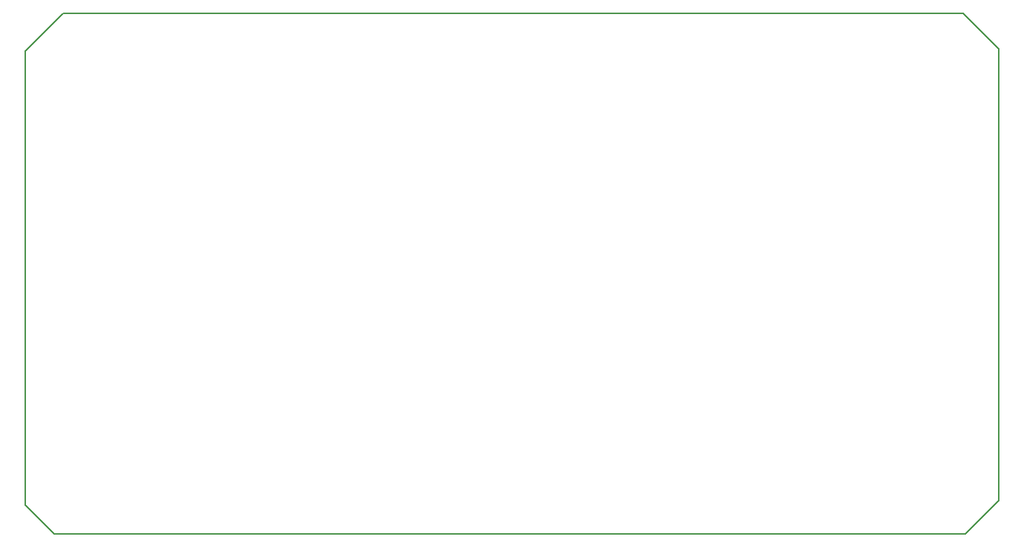
<source format=gko>
G04 Layer_Color=16711935*
%FSAX24Y24*%
%MOIN*%
G70*
G01*
G75*
%ADD71C,0.0079*%
D71*
X025800Y034100D02*
X066200D01*
X067800Y032500D01*
Y012200D02*
Y032500D01*
X025400Y010700D02*
X066300D01*
X067800Y012200D01*
X024100Y032400D02*
X025800Y034100D01*
X024100Y012000D02*
Y032400D01*
Y012000D02*
X025400Y010700D01*
M02*

</source>
